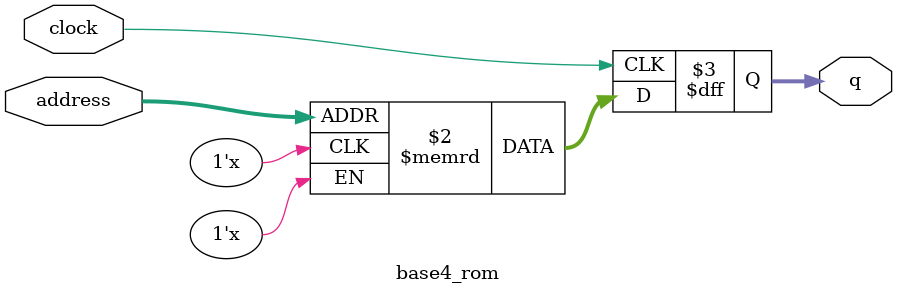
<source format=sv>
module base4_rom (
	input logic clock,
	input logic [9:0] address,
	output logic [7:0] q
);

logic [7:0] memory [0:1023] /* synthesis ram_init_file = "./base4/base4.mif" */;

always_ff @ (posedge clock) begin
	q <= memory[address];
end

endmodule

</source>
